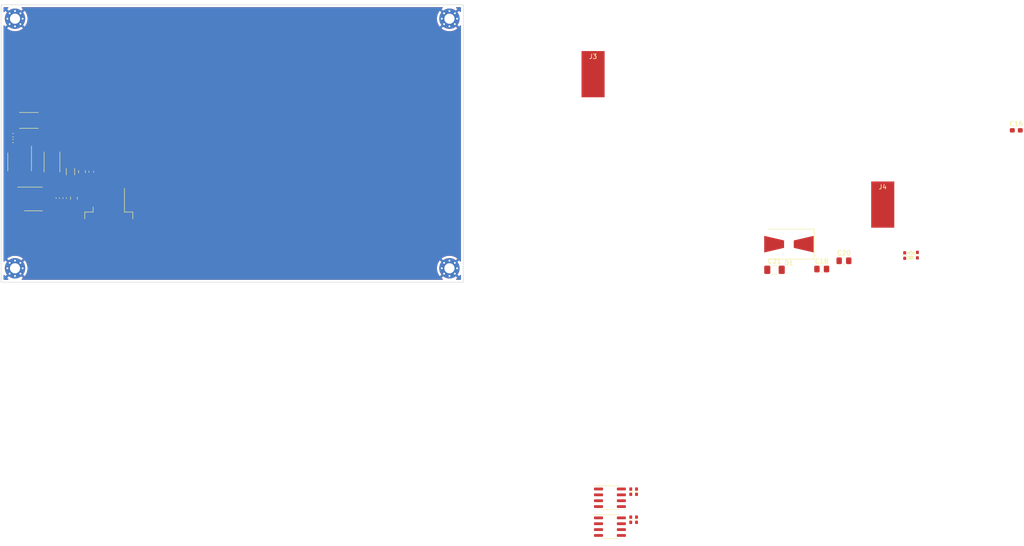
<source format=kicad_pcb>
(kicad_pcb (version 20211014) (generator pcbnew)
  (layers (0 "F.Cu" signal) (1 "In1.Cu" power) (2 "In2.Cu" power) (31 "B.Cu" signal) (34 "B.Paste" user) (35 "F.Paste" user) (36 "B.SilkS" user "B.Silkscreen") (37 "F.SilkS" user "F.Silkscreen") (38 "B.Mask" user) (39 "F.Mask" user) (44 "Edge.Cuts" user))
  (net 0 "")
  (net 1 "GND")
  (net 2 "Net-(R2-Pad1)")
  (net 4 "VCC")
  (net 7 "/Analog/V_{SET}")
  (net 8 "+24V")
  (net 9 "/Analog/R_{SENSE}P")
  (net 10 "/Analog/V_{ADJ}")
  (net 11 "/Analog/V_{ADJ_CTRL}")
  (net 13 "/Analog/V_{SENSE_RAW}")
  (net 16 "/Analog/V_{SENSE}")
  (net 18 "/Analog/V_{ADJ_SET}")
  (footprint "Connector_Wire:SolderWirePad_1x01_SMD_5x10mm" (layer "F.Cu") (at 26 30 90)
    (fp_text reference "J2")
    (fp_text value "GND")
    (pad "1" smd rect (at 0 0 90) (size 5 10) (layers "F.Cu" "F.Paste" "F.Mask") (net 1 "GND"))
  )
  (footprint "Package_SO:SOIC-8_3.9x4.9mm_P1.27mm" (layer "F.Cu") (at 27 62)
    (fp_text reference "U3")
    (fp_text value "OP07")
    (fp_line (start 0 2.56) (end -1.95 2.56) (layer "F.SilkS") (width 0.12))
    (fp_line (start 0 -2.56) (end 1.95 -2.56) (layer "F.SilkS") (width 0.12))
    (fp_line (start 0 -2.56) (end -3.45 -2.56) (layer "F.SilkS") (width 0.12))
    (fp_line (start 0 2.56) (end 1.95 2.56) (layer "F.SilkS") (width 0.12))
    (pad "1" smd roundrect (at -2.475 -1.905) (size 1.95 0.6) (layers "F.Cu" "F.Paste" "F.Mask"))
    (pad "2" smd roundrect (at -2.475 -0.635) (size 1.95 0.6) (layers "F.Cu" "F.Paste" "F.Mask") (net 16 "/Analog/V_{SENSE}"))
    (pad "3" smd roundrect (at -2.475 0.635) (size 1.95 0.6) (layers "F.Cu" "F.Paste" "F.Mask") (net 13 "/Analog/V_{SENSE_RAW}"))
    (pad "4" smd roundrect (at -2.475 1.905) (size 1.95 0.6) (layers "F.Cu" "F.Paste" "F.Mask") (net 1 "GND"))
    (pad "5" smd roundrect (at 2.475 1.905) (size 1.95 0.6) (layers "F.Cu" "F.Paste" "F.Mask"))
    (pad "6" smd roundrect (at 2.475 0.635) (size 1.95 0.6) (layers "F.Cu" "F.Paste" "F.Mask") (net 16 "/Analog/V_{SENSE}"))
    (pad "7" smd roundrect (at 2.475 -0.635) (size 1.95 0.6) (layers "F.Cu" "F.Paste" "F.Mask") (net 8 "+24V"))
    (pad "8" smd roundrect (at 2.475 -1.905) (size 1.95 0.6) (layers "F.Cu" "F.Paste" "F.Mask"))
  )
  (footprint "Package_SO:SOIC-8_3.9x4.9mm_P1.27mm" (layer "F.Cu") (at 24 54 -90)
    (fp_text reference "U2")
    (fp_text value "MAX4080F")
    (fp_line (start 0 -2.56) (end 1.95 -2.56) (layer "F.SilkS") (width 0.12))
    (fp_line (start 0 2.56) (end -1.95 2.56) (layer "F.SilkS") (width 0.12))
    (fp_line (start 0 2.56) (end 1.95 2.56) (layer "F.SilkS") (width 0.12))
    (fp_line (start 0 -2.56) (end -3.45 -2.56) (layer "F.SilkS") (width 0.12))
    (pad "1" smd roundrect (at -2.475 -1.905 270) (size 1.95 0.6) (layers "F.Cu" "F.Paste" "F.Mask") (net 9 "/Analog/R_{SENSE}P"))
    (pad "2" smd roundrect (at -2.475 -0.635 270) (size 1.95 0.6) (layers "F.Cu" "F.Paste" "F.Mask") (net 4 "VCC"))
    (pad "3" smd roundrect (at -2.475 0.635 270) (size 1.95 0.6) (layers "F.Cu" "F.Paste" "F.Mask"))
    (pad "4" smd roundrect (at -2.475 1.905 270) (size 1.95 0.6) (layers "F.Cu" "F.Paste" "F.Mask") (net 1 "GND"))
    (pad "5" smd roundrect (at 2.475 1.905 270) (size 1.95 0.6) (layers "F.Cu" "F.Paste" "F.Mask") (net 13 "/Analog/V_{SENSE_RAW}"))
    (pad "6" smd roundrect (at 2.475 0.635 270) (size 1.95 0.6) (layers "F.Cu" "F.Paste" "F.Mask"))
    (pad "7" smd roundrect (at 2.475 -0.635 270) (size 1.95 0.6) (layers "F.Cu" "F.Paste" "F.Mask"))
    (pad "8" smd roundrect (at 2.475 -1.905 270) (size 1.95 0.6) (layers "F.Cu" "F.Paste" "F.Mask") (net 8 "+24V"))
  )
  (footprint "Resistor_SMD:R_0402_1005Metric_Pad0.72x0.64mm_HandSolder" (layer "F.Cu") (at 218.25 74.1525 90)
    (fp_text reference "R2" (at 0 -1.17 90) (layer "F.SilkS"))
    (fp_text value "R_{f}")
    (fp_line (start -0.167621 0.38) (end 0.167621 0.38) (layer "F.SilkS") (width 0.12))
    (fp_line (start -0.167621 -0.38) (end 0.167621 -0.38) (layer "F.SilkS") (width 0.12))
    (pad "1" smd roundrect (at -0.5975 0 90) (size 0.715 0.64) (layers "F.Cu" "F.Paste" "F.Mask") (net 2 "Net-(R2-Pad1)"))
    (pad "2" smd roundrect (at 0.5975 0 90) (size 0.715 0.64) (layers "F.Cu" "F.Paste" "F.Mask") (net 10 "/Analog/V_{ADJ}"))
  )
  (footprint "Capacitor_SMD:C_1206_3216Metric_Pad1.33x1.80mm_HandSolder" (layer "F.Cu") (at 187.33 77.33)
    (fp_text reference "C21" (at 0 -1.85) (layer "F.SilkS"))
    (fp_text value "22u")
    (fp_line (start -0.711252 0.91) (end 0.711252 0.91) (layer "F.SilkS") (width 0.12))
    (fp_line (start -0.711252 -0.91) (end 0.711252 -0.91) (layer "F.SilkS") (width 0.12))
    (pad "1" smd roundrect (at -1.5625 0) (size 1.325 1.8) (layers "F.Cu" "F.Paste" "F.Mask") (roundrect_rratio 0.188679) (net 1 "GND"))
    (pad "2" smd roundrect (at 1.5625 0) (size 1.325 1.8) (layers "F.Cu" "F.Paste" "F.Mask") (roundrect_rratio 0.188679) (net 7 "/Analog/V_{SET}"))
  )
  (footprint "Connector_Wire:SolderWirePad_1x01_SMD_5x10mm" (layer "F.Cu") (at 148.075 35)
    (fp_text reference "J3" (at 0 -3.81) (layer "F.SilkS"))
    (fp_text value "V_{SET}")
    (pad "1" smd rect (at 0 0) (size 5 10) (layers "F.Cu" "F.Paste" "F.Mask") (net 7 "/Analog/V_{SET}"))
  )
  (footprint "Capacitor_SMD:C_0603_1608Metric_Pad1.08x0.95mm_HandSolder" (layer "F.Cu") (at 239.65 47.15)
    (fp_text reference "C16" (at 0 -1.43) (layer "F.SilkS"))
    (fp_text value "1u")
    (fp_line (start -0.146267 -0.51) (end 0.146267 -0.51) (layer "F.SilkS") (width 0.12))
    (fp_line (start -0.146267 0.51) (end 0.146267 0.51) (layer "F.SilkS") (width 0.12))
    (pad "1" smd roundrect (at -0.8625 0) (size 1.075 0.95) (layers "F.Cu" "F.Paste" "F.Mask") (net 1 "GND"))
    (pad "2" smd roundrect (at 0.8625 0) (size 1.075 0.95) (layers "F.Cu" "F.Paste" "F.Mask") (net 7 "/Analog/V_{SET}"))
  )
  (footprint "Connector_Wire:SolderWirePad_1x01_SMD_5x10mm" (layer "F.Cu") (at 210.75 63.22)
    (fp_text reference "J4" (at 0 -3.81) (layer "F.SilkS"))
    (fp_text value "GND")
    (pad "1" smd rect (at 0 0) (size 5 10) (layers "F.Cu" "F.Paste" "F.Mask") (net 1 "GND"))
  )
  (footprint "MountingHole:MountingHole_2.2mm_M2_Pad_Via" (layer "F.Cu") (at 23 23)
    (fp_text reference "H1")
    (fp_text value "GND")
    (pad "1" thru_hole circle (at -1.166726 1.166726) (size 0.7 0.7) (drill 0.4) (layers *.Cu *.Mask) (net 1 "GND"))
    (pad "1" thru_hole circle (at 0 -1.65) (size 0.7 0.7) (drill 0.4) (layers *.Cu *.Mask) (net 1 "GND"))
    (pad "1" thru_hole circle (at 0 1.65) (size 0.7 0.7) (drill 0.4) (layers *.Cu *.Mask) (net 1 "GND"))
    (pad "1" thru_hole circle (at -1.65 0) (size 0.7 0.7) (drill 0.4) (layers *.Cu *.Mask) (net 1 "GND"))
    (pad "1" thru_hole circle (at 0 0) (size 4.4 4.4) (drill 2.2) (layers *.Cu *.Mask) (net 1 "GND"))
    (pad "1" thru_hole circle (at 1.65 0) (size 0.7 0.7) (drill 0.4) (layers *.Cu *.Mask) (net 1 "GND"))
    (pad "1" thru_hole circle (at 1.166726 -1.166726) (size 0.7 0.7) (drill 0.4) (layers *.Cu *.Mask) (net 1 "GND"))
    (pad "1" thru_hole circle (at 1.166726 1.166726) (size 0.7 0.7) (drill 0.4) (layers *.Cu *.Mask) (net 1 "GND"))
    (pad "1" thru_hole circle (at -1.166726 -1.166726) (size 0.7 0.7) (drill 0.4) (layers *.Cu *.Mask) (net 1 "GND"))
  )
  (footprint "Capacitor_SMD:C_0402_1005Metric_Pad0.74x0.62mm_HandSolder" (layer "F.Cu") (at 32.25 61.8175 -90)
    (fp_text reference "C7")
    (fp_text value "10n")
    (fp_line (start -0.115835 0.36) (end 0.115835 0.36) (layer "F.SilkS") (width 0.12))
    (fp_line (start -0.115835 -0.36) (end 0.115835 -0.36) (layer "F.SilkS") (width 0.12))
    (pad "1" smd roundrect (at -0.5675 0 270) (size 0.735 0.62) (layers "F.Cu" "F.Paste" "F.Mask") (net 8 "+24V"))
    (pad "2" smd roundrect (at 0.5675 0 270) (size 0.735 0.62) (layers "F.Cu" "F.Paste" "F.Mask") (net 1 "GND"))
  )
  (footprint "Capacitor_SMD:C_0805_2012Metric_Pad1.18x1.45mm_HandSolder" (layer "F.Cu") (at 202.36 75.38)
    (fp_text reference "C20" (at 0 -1.68) (layer "F.SilkS"))
    (fp_text value "10u")
    (fp_line (start -0.261252 0.735) (end 0.261252 0.735) (layer "F.SilkS") (width 0.12))
    (fp_line (start -0.261252 -0.735) (end 0.261252 -0.735) (layer "F.SilkS") (width 0.12))
    (pad "1" smd roundrect (at -1.0375 0) (size 1.175 1.45) (layers "F.Cu" "F.Paste" "F.Mask") (roundrect_rratio 0.212766) (net 1 "GND"))
    (pad "2" smd roundrect (at 1.0375 0) (size 1.175 1.45) (layers "F.Cu" "F.Paste" "F.Mask") (roundrect_rratio 0.212766) (net 7 "/Analog/V_{SET}"))
  )
  (footprint "Capacitor_SMD:C_0402_1005Metric_Pad0.74x0.62mm_HandSolder" (layer "F.Cu") (at 156.225 125.3375 90)
    (fp_text reference "C19")
    (fp_text value "10n")
    (fp_line (start -0.115835 0.36) (end 0.115835 0.36) (layer "F.SilkS") (width 0.12))
    (fp_line (start -0.115835 -0.36) (end 0.115835 -0.36) (layer "F.SilkS") (width 0.12))
    (pad "1" smd roundrect (at -0.5675 0 90) (size 0.735 0.62) (layers "F.Cu" "F.Paste" "F.Mask") (net 8 "+24V"))
    (pad "2" smd roundrect (at 0.5675 0 90) (size 0.735 0.62) (layers "F.Cu" "F.Paste" "F.Mask") (net 1 "GND"))
  )
  (footprint "Resistor_SMD:R_2512_6332Metric_Pad1.40x3.35mm_HandSolder" (layer "F.Cu") (at 31 54 -90)
    (fp_text reference "R1")
    (fp_text value "0.1")
    (fp_line (start -2.177064 1.71) (end 2.177064 1.71) (layer "F.SilkS") (width 0.12))
    (fp_line (start -2.177064 -1.71) (end 2.177064 -1.71) (layer "F.SilkS") (width 0.12))
    (pad "1" smd roundrect (at -3.05 0 270) (size 1.4 3.35) (layers "F.Cu" "F.Paste" "F.Mask") (roundrect_rratio 0.178571) (net 9 "/Analog/R_{SENSE}P"))
    (pad "2" smd roundrect (at 3.05 0 270) (size 1.4 3.35) (layers "F.Cu" "F.Paste" "F.Mask") (roundrect_rratio 0.178571) (net 8 "+24V"))
  )
  (footprint "Capacitor_SMD:C_0402_1005Metric_Pad0.74x0.62mm_HandSolder" (layer "F.Cu") (at 33.75 61.8175 -90)
    (fp_text reference "C9")
    (fp_text value "100n")
    (fp_line (start -0.115835 -0.36) (end 0.115835 -0.36) (layer "F.SilkS") (width 0.12))
    (fp_line (start -0.115835 0.36) (end 0.115835 0.36) (layer "F.SilkS") (width 0.12))
    (pad "1" smd roundrect (at -0.5675 0 270) (size 0.735 0.62) (layers "F.Cu" "F.Paste" "F.Mask") (net 8 "+24V"))
    (pad "2" smd roundrect (at 0.5675 0 270) (size 0.735 0.62) (layers "F.Cu" "F.Paste" "F.Mask") (net 1 "GND"))
  )
  (footprint "Capacitor_SMD:C_0603_1608Metric_Pad1.08x0.95mm_HandSolder" (layer "F.Cu") (at 39.5 56.1 -90)
    (fp_text reference "C12")
    (fp_text value "1u")
    (fp_line (start -0.146267 0.51) (end 0.146267 0.51) (layer "F.SilkS") (width 0.12))
    (fp_line (start -0.146267 -0.51) (end 0.146267 -0.51) (layer "F.SilkS") (width 0.12))
    (pad "1" smd roundrect (at -0.8625 0 270) (size 1.075 0.95) (layers "F.Cu" "F.Paste" "F.Mask") (net 1 "GND"))
    (pad "2" smd roundrect (at 0.8625 0 270) (size 1.075 0.95) (layers "F.Cu" "F.Paste" "F.Mask") (net 8 "+24V"))
  )
  (footprint "Capacitor_SMD:C_0402_1005Metric_Pad0.74x0.62mm_HandSolder" (layer "F.Cu") (at 157.475 131.405 90)
    (fp_text reference "C23")
    (fp_text value "100n")
    (fp_line (start -0.115835 -0.36) (end 0.115835 -0.36) (layer "F.SilkS") (width 0.12))
    (fp_line (start -0.115835 0.36) (end 0.115835 0.36) (layer "F.SilkS") (width 0.12))
    (pad "1" smd roundrect (at -0.5675 0 90) (size 0.735 0.62) (layers "F.Cu" "F.Paste" "F.Mask") (net 8 "+24V"))
    (pad "2" smd roundrect (at 0.5675 0 90) (size 0.735 0.62) (layers "F.Cu" "F.Paste" "F.Mask") (net 1 "GND"))
  )
  (footprint "Capacitor_SMD:C_0805_2012Metric_Pad1.18x1.45mm_HandSolder" (layer "F.Cu") (at 197.55 77.16)
    (fp_text reference "C18" (at 0 -1.68) (layer "F.SilkS"))
    (fp_text value "4u7")
    (fp_line (start -0.261252 -0.735) (end 0.261252 -0.735) (layer "F.SilkS") (width 0.12))
    (fp_line (start -0.261252 0.735) (end 0.261252 0.735) (layer "F.SilkS") (width 0.12))
    (pad "1" smd roundrect (at -1.0375 0) (size 1.175 1.45) (layers "F.Cu" "F.Paste" "F.Mask") (roundrect_rratio 0.212766) (net 1 "GND"))
    (pad "2" smd roundrect (at 1.0375 0) (size 1.175 1.45) (layers "F.Cu" "F.Paste" "F.Mask") (roundrect_rratio 0.212766) (net 7 "/Analog/V_{SET}"))
  )
  (footprint "Diode_SMD:D_SMB-SMC_Universal_Handsoldering" (layer "F.Cu") (at 190.45 71.78 180)
    (fp_text reference "D1" (at 0 -4.1) (layer "F.SilkS"))
    (fp_text value "D_Small")
    (fp_line (start -5.5 3.25) (end -5.5 -3.25) (layer "F.SilkS") (width 0.12))
    (fp_line (start -5.5 -3.25) (end 4.4 -3.25) (layer "F.SilkS") (width 0.12))
    (fp_line (start -5.5 3.25) (end 4.4 3.25) (layer "F.SilkS") (width 0.12))
    (pad "1" smd trapezoid (at -3.2 0 180) (size 4.3 2.6) (rect_delta 1 0) (layers "F.Cu" "F.Paste" "F.Mask") (net 8 "+24V"))
    (pad "2" smd trapezoid (at 3.2 0) (size 4.3 2.6) (rect_delta 1 0) (layers "F.Cu" "F.Paste" "F.Mask") (net 7 "/Analog/V_{SET}"))
  )
  (footprint "Connector_Wire:SolderWirePad_1x01_SMD_5x10mm" (layer "F.Cu") (at 26 39 90)
    (fp_text reference "J1")
    (fp_text value "V_{CC}")
    (pad "1" smd rect (at 0 0 90) (size 5 10) (layers "F.Cu" "F.Paste" "F.Mask") (net 4 "VCC"))
  )
  (footprint "Capacitor_SMD:C_0402_1005Metric_Pad0.74x0.62mm_HandSolder" (layer "F.Cu") (at 156.225 131.405 90)
    (fp_text reference "C22")
    (fp_text value "10n")
    (fp_line (start -0.115835 0.36) (end 0.115835 0.36) (layer "F.SilkS") (width 0.12))
    (fp_line (start -0.115835 -0.36) (end 0.115835 -0.36) (layer "F.SilkS") (width 0.12))
    (pad "1" smd roundrect (at -0.5675 0 90) (size 0.735 0.62) (layers "F.Cu" "F.Paste" "F.Mask") (net 8 "+24V"))
    (pad "2" smd roundrect (at 0.5675 0 90) (size 0.735 0.62) (layers "F.Cu" "F.Paste" "F.Mask") (net 1 "GND"))
  )
  (footprint "Capacitor_SMD:C_0805_2012Metric_Pad1.18x1.45mm_HandSolder" (layer "F.Cu") (at 35.75 61.8375 90)
    (fp_text reference "C8")
    (fp_text value "10u")
    (fp_line (start -0.261252 0.735) (end 0.261252 0.735) (layer "F.SilkS") (width 0.12))
    (fp_line (start -0.261252 -0.735) (end 0.261252 -0.735) (layer "F.SilkS") (width 0.12))
    (pad "1" smd roundrect (at -1.0375 0 90) (size 1.175 1.45) (layers "F.Cu" "F.Paste" "F.Mask") (roundrect_rratio 0.212766) (net 1 "GND"))
    (pad "2" smd roundrect (at 1.0375 0 90) (size 1.175 1.45) (layers "F.Cu" "F.Paste" "F.Mask") (roundrect_rratio 0.212766) (net 8 "+24V"))
  )
  (footprint "Fuse:Fuse_2512_6332Metric_Pad1.52x3.35mm_HandSolder" (layer "F.Cu") (at 26 45)
    (fp_text reference "F1")
    (fp_text value "6A")
    (fp_line (start -2.052064 -1.71) (end 2.052064 -1.71) (layer "F.SilkS") (width 0.12))
    (fp_line (start -2.052064 1.71) (end 2.052064 1.71) (layer "F.SilkS") (width 0.12))
    (pad "1" smd roundrect (at -2.9875 0) (size 1.525 3.35) (layers "F.Cu" "F.Paste" "F.Mask") (roundrect_rratio 0.163934) (net 4 "VCC"))
    (pad "2" smd roundrect (at 2.9875 0) (size 1.525 3.35) (layers "F.Cu" "F.Paste" "F.Mask") (roundrect_rratio 0.163934) (net 9 "/Analog/R_{SENSE}P"))
  )
  (footprint "Package_TO_SOT_SMD:TO-263-3_TabPin2" (layer "F.Cu") (at 43.29 67.775 -90)
    (fp_text reference "U4")
    (fp_text value "LT1083-ADJ")
    (fp_line (start -2.95 -5.2) (end -2.95 -3.39) (layer "F.SilkS") (width 0.12))
    (fp_line (start -1.45 -5.2) (end -2.95 -5.2) (layer "F.SilkS") (width 0.12))
    (fp_line (start -2.95 -3.39) (end -8.075 -3.39) (layer "F.SilkS") (width 0.12))
    (fp_line (start -2.95 5.2) (end -2.95 3.39) (layer "F.SilkS") (width 0.12))
    (fp_line (start -1.45 5.2) (end -2.95 5.2) (layer "F.SilkS") (width 0.12))
    (fp_line (start -2.95 3.39) (end -4.05 3.39) (layer "F.SilkS") (width 0.12))
    (pad "1" smd rect (at -5.775 -2.54 270) (size 4.6 1.1) (layers "F.Cu" "F.Paste" "F.Mask") (net 10 "/Analog/V_{ADJ}"))
    (pad "2" smd rect (at -5.775 0 270) (size 4.6 1.1) (layers "F.Cu" "F.Paste" "F.Mask") (net 7 "/Analog/V_{SET}"))
    (pad "2" smd rect (at 3.375 0 270) (size 9.4 10.8) (layers "F.Cu" "F.Mask") (net 7 "/Analog/V_{SET}"))
    (pad "3" smd rect (at -5.775 2.54 270) (size 4.6 1.1) (layers "F.Cu" "F.Paste" "F.Mask") (net 8 "+24V"))
  )
  (footprint "MountingHole:MountingHole_2.2mm_M2_Pad_Via" (layer "F.Cu") (at 117 23)
    (fp_text reference "H4")
    (fp_text value "GND")
    (pad "1" thru_hole circle (at -1.65 0) (size 0.7 0.7) (drill 0.4) (layers *.Cu *.Mask) (net 1 "GND"))
    (pad "1" thru_hole circle (at 1.65 0) (size 0.7 0.7) (drill 0.4) (layers *.Cu *.Mask) (net 1 "GND"))
    (pad "1" thru_hole circle (at -1.166726 1.166726) (size 0.7 0.7) (drill 0.4) (layers *.Cu *.Mask) (net 1 "GND"))
    (pad "1" thru_hole circle (at 0 -1.65) (size 0.7 0.7) (drill 0.4) (layers *.Cu *.Mask) (net 1 "GND"))
    (pad "1" thru_hole circle (at 1.166726 -1.166726) (size 0.7 0.7) (drill 0.4) (layers *.Cu *.Mask) (net 1 "GND"))
    (pad "1" thru_hole circle (at 1.166726 1.166726) (size 0.7 0.7) (drill 0.4) (layers *.Cu *.Mask) (net 1 "GND"))
    (pad "1" thru_hole circle (at 0 0) (size 4.4 4.4) (drill 2.2) (layers *.Cu *.Mask) (net 1 "GND"))
    (pad "1" thru_hole circle (at 0 1.65) (size 0.7 0.7) (drill 0.4) (layers *.Cu *.Mask) (net 1 "GND"))
    (pad "1" thru_hole circle (at -1.166726 -1.166726) (size 0.7 0.7) (drill 0.4) (layers *.Cu *.Mask) (net 1 "GND"))
  )
  (footprint "Capacitor_SMD:C_0402_1005Metric_Pad0.74x0.62mm_HandSolder" (layer "F.Cu") (at 157.475 125.3375 90)
    (fp_text reference "C17")
    (fp_text value "100n")
    (fp_line (start -0.115835 -0.36) (end 0.115835 -0.36) (layer "F.SilkS") (width 0.12))
    (fp_line (start -0.115835 0.36) (end 0.115835 0.36) (layer "F.SilkS") (width 0.12))
    (pad "1" smd roundrect (at -0.5675 0 90) (size 0.735 0.62) (layers "F.Cu" "F.Paste" "F.Mask") (net 8 "+24V"))
    (pad "2" smd roundrect (at 0.5675 0 90) (size 0.735 0.62) (layers "F.Cu" "F.Paste" "F.Mask") (net 1 "GND"))
  )
  (footprint "Package_SO:SOIC-8_3.9x4.9mm_P1.27mm" (layer "F.Cu") (at 151.725 132.905)
    (fp_text reference "U6")
    (fp_text value "OP07")
    (fp_line (start 0 2.56) (end 1.95 2.56) (layer "F.SilkS") (width 0.12))
    (fp_line (start 0 -2.56) (end -3.45 -2.56) (layer "F.SilkS") (width 0.12))
    (fp_line (start 0 -2.56) (end 1.95 -2.56) (layer "F.SilkS") (width 0.12))
    (fp_line (start 0 2.56) (end -1.95 2.56) (layer "F.SilkS") (width 0.12))
    (pad "1" smd roundrect (at -2.475 -1.905) (size 1.95 0.6) (layers "F.Cu" "F.Paste" "F.Mask"))
    (pad "2" smd roundrect (at -2.475 -0.635) (size 1.95 0.6) (layers "F.Cu" "F.Paste" "F.Mask") (net 18 "/Analog/V_{ADJ_SET}"))
    (pad "3" smd roundrect (at -2.475 0.635) (size 1.95 0.6) (layers "F.Cu" "F.Paste" "F.Mask") (net 11 "/Analog/V_{ADJ_CTRL}"))
    (pad "4" smd roundrect (at -2.475 1.905) (size 1.95 0.6) (layers "F.Cu" "F.Paste" "F.Mask") (net 1 "GND"))
    (pad "5" smd roundrect (at 2.475 1.905) (size 1.95 0.6) (layers "F.Cu" "F.Paste" "F.Mask"))
    (pad "6" smd roundrect (at 2.475 0.635) (size 1.95 0.6) (layers "F.Cu" "F.Paste" "F.Mask") (net 18 "/Analog/V_{ADJ_SET}"))
    (pad "7" smd roundrect (at 2.475 -0.635) (size 1.95 0.6) (layers "F.Cu" "F.Paste" "F.Mask") (net 8 "+24V"))
    (pad "8" smd roundrect (at 2.475 -1.905) (size 1.95 0.6) (layers "F.Cu" "F.Paste" "F.Mask"))
  )
  (footprint "Package_SO:SOIC-8_3.9x4.9mm_P1.27mm" (layer "F.Cu") (at 151.725 126.655)
    (fp_text reference "U5")
    (fp_text value "OP07")
    (fp_line (start 0 2.56) (end -1.95 2.56) (layer "F.SilkS") (width 0.12))
    (fp_line (start 0 -2.56) (end -3.45 -2.56) (layer "F.SilkS") (width 0.12))
    (fp_line (start 0 -2.56) (end 1.95 -2.56) (layer "F.SilkS") (width 0.12))
    (fp_line (start 0 2.56) (end 1.95 2.56) (layer "F.SilkS") (width 0.12))
    (pad "1" smd roundrect (at -2.475 -1.905) (size 1.95 0.6) (layers "F.Cu" "F.Paste" "F.Mask"))
    (pad "2" smd roundrect (at -2.475 -0.635) (size 1.95 0.6) (layers "F.Cu" "F.Paste" "F.Mask") (net 2 "Net-(R2-Pad1)"))
    (pad "3" smd roundrect (at -2.475 0.635) (size 1.95 0.6) (layers "F.Cu" "F.Paste" "F.Mask") (net 18 "/Analog/V_{ADJ_SET}"))
    (pad "4" smd roundrect (at -2.475 1.905) (size 1.95 0.6) (layers "F.Cu" "F.Paste" "F.Mask") (net 1 "GND"))
    (pad "5" smd roundrect (at 2.475 1.905) (size 1.95 0.6) (layers "F.Cu" "F.Paste" "F.Mask"))
    (pad "6" smd roundrect (at 2.475 0.635) (size 1.95 0.6) (layers "F.Cu" "F.Paste" "F.Mask") (net 10 "/Analog/V_{ADJ}"))
    (pad "7" smd roundrect (at 2.475 -0.635) (size 1.95 0.6) (layers "F.Cu" "F.Paste" "F.Mask") (net 8 "+24V"))
    (pad "8" smd roundrect (at 2.475 -1.905) (size 1.95 0.6) (layers "F.Cu" "F.Paste" "F.Mask"))
  )
  (footprint "MountingHole:MountingHole_2.2mm_M2_Pad_Via" (layer "F.Cu") (at 117 77)
    (fp_text reference "H3")
    (fp_text value "GND")
    (pad "1" thru_hole circle (at -1.166726 1.166726) (size 0.7 0.7) (drill 0.4) (layers *.Cu *.Mask) (net 1 "GND"))
    (pad "1" thru_hole circle (at -1.166726 -1.166726) (size 0.7 0.7) (drill 0.4) (layers *.Cu *.Mask) (net 1 "GND"))
    (pad "1" thru_hole circle (at 0 1.65) (size 0.7 0.7) (drill 0.4) (layers *.Cu *.Mask) (net 1 "GND"))
    (pad "1" thru_hole circle (at -1.65 0) (size 0.7 0.7) (drill 0.4) (layers *.Cu *.Mask) (net 1 "GND"))
    (pad "1" thru_hole circle (at 0 -1.65) (size 0.7 0.7) (drill 0.4) (layers *.Cu *.Mask) (net 1 "GND"))
    (pad "1" thru_hole circle (at 1.166726 -1.166726) (size 0.7 0.7) (drill 0.4) (layers *.Cu *.Mask) (net 1 "GND"))
    (pad "1" thru_hole circle (at 1.166726 1.166726) (size 0.7 0.7) (drill 0.4) (layers *.Cu *.Mask) (net 1 "GND"))
    (pad "1" thru_hole circle (at 0 0) (size 4.4 4.4) (drill 2.2) (layers *.Cu *.Mask) (net 1 "GND"))
    (pad "1" thru_hole circle (at 1.65 0) (size 0.7 0.7) (drill 0.4) (layers *.Cu *.Mask) (net 1 "GND"))
  )
  (footprint "Resistor_SMD:R_0402_1005Metric_Pad0.72x0.64mm_HandSolder" (layer "F.Cu") (at 215.5 74.25 -90)
    (fp_text reference "R3" (at 0 -1.17 90) (layer "F.SilkS"))
    (fp_text value "R_{i}")
    (fp_line (start -0.167621 0.38) (end 0.167621 0.38) (layer "F.SilkS") (width 0.12))
    (fp_line (start -0.167621 -0.38) (end 0.167621 -0.38) (layer "F.SilkS") (width 0.12))
    (pad "1" smd roundrect (at -0.5975 0 270) (size 0.715 0.64) (layers "F.Cu" "F.Paste" "F.Mask") (net 1 "GND"))
    (pad "2" smd roundrect (at 0.5975 0 270) (size 0.715 0.64) (layers "F.Cu" "F.Paste" "F.Mask") (net 2 "Net-(R2-Pad1)"))
  )
  (footprint "Capacitor_SMD:C_0402_1005Metric_Pad0.74x0.62mm_HandSolder" (layer "F.Cu") (at 22.5675 49.45)
    (fp_text reference "C3")
    (fp_text value "10n")
    (fp_line (start -0.115835 -0.36) (end 0.115835 -0.36) (layer "F.SilkS") (width 0.12))
    (fp_line (start -0.115835 0.36) (end 0.115835 0.36) (layer "F.SilkS") (width 0.12))
    (pad "1" smd roundrect (at -0.5675 0) (size 0.735 0.62) (layers "F.Cu" "F.Paste" "F.Mask") (net 1 "GND"))
    (pad "2" smd roundrect (at 0.5675 0) (size 0.735 0.62) (layers "F.Cu" "F.Paste" "F.Mask") (net 4 "VCC"))
  )
  (footprint "Capacitor_SMD:C_0805_2012Metric_Pad1.18x1.45mm_HandSolder" (layer "F.Cu") (at 37.5 56.1 -90)
    (fp_text reference "C10")
    (fp_text value "4u7")
    (fp_line (start -0.261252 0.735) (end 0.261252 0.735) (layer "F.SilkS") (width 0.12))
    (fp_line (start -0.261252 -0.735) (end 0.261252 -0.735) (layer "F.SilkS") (width 0.12))
    (pad "1" smd roundrect (at -1.0375 0 270) (size 1.175 1.45) (layers "F.Cu" "F.Paste" "F.Mask") (roundrect_rratio 0.212766) (net 1 "GND"))
    (pad "2" smd roundrect (at 1.0375 0 270) (size 1.175 1.45) (layers "F.Cu" "F.Paste" "F.Mask") (roundrect_rratio 0.212766) (net 8 "+24V"))
  )
  (footprint "MountingHole:MountingHole_2.2mm_M2_Pad_Via" (layer "F.Cu") (at 23 77)
    (fp_text reference "H2")
    (fp_text value "GND")
    (pad "1" thru_hole circle (at 1.166726 1.166726) (size 0.7 0.7) (drill 0.4) (layers *.Cu *.Mask) (net 1 "GND"))
    (pad "1" thru_hole circle (at 0 -1.65) (size 0.7 0.7) (drill 0.4) (layers *.Cu *.Mask) (net 1 "GND"))
    (pad "1" thru_hole circle (at -1.166726 1.166726) (size 0.7 0.7) (drill 0.4) (layers *.Cu *.Mask) (net 1 "GND"))
    (pad "1" thru_hole circle (at 0 0) (size 4.4 4.4) (drill 2.2) (layers *.Cu *.Mask) (net 1 "GND"))
    (pad "1" thru_hole circle (at 0 1.65) (size 0.7 0.7) (drill 0.4) (layers *.Cu *.Mask) (net 1 "GND"))
    (pad "1" thru_hole circle (at 1.166726 -1.166726) (size 0.7 0.7) (drill 0.4) (layers *.Cu *.Mask) (net 1 "GND"))
    (pad "1" thru_hole circle (at -1.166726 -1.166726) (size 0.7 0.7) (drill 0.4) (layers *.Cu *.Mask) (net 1 "GND"))
    (pad "1" thru_hole circle (at -1.65 0) (size 0.7 0.7) (drill 0.4) (layers *.Cu *.Mask) (net 1 "GND"))
    (pad "1" thru_hole circle (at 1.65 0) (size 0.7 0.7) (drill 0.4) (layers *.Cu *.Mask) (net 1 "GND"))
  )
  (footprint "Capacitor_SMD:C_1206_3216Metric_Pad1.33x1.80mm_HandSolder" (layer "F.Cu") (at 35 56.1 -90)
    (fp_text reference "C6")
    (fp_text value "22u")
    (fp_line (start -0.711252 -0.91) (end 0.711252 -0.91) (layer "F.SilkS") (width 0.12))
    (fp_line (start -0.711252 0.91) (end 0.711252 0.91) (layer "F.SilkS") (width 0.12))
    (pad "1" smd roundrect (at -1.5625 0 270) (size 1.325 1.8) (layers "F.Cu" "F.Paste" "F.Mask") (roundrect_rratio 0.188679) (net 1 "GND"))
    (pad "2" smd roundrect (at 1.5625 0 270) (size 1.325 1.8) (layers "F.Cu" "F.Paste" "F.Mask") (roundrect_rratio 0.188679) (net 8 "+24V"))
  )
  (footprint "Capacitor_SMD:C_0402_1005Metric_Pad0.74x0.62mm_HandSolder" (layer "F.Cu") (at 22.5675 48.2)
    (fp_text reference "C2")
    (fp_text value "100n")
    (fp_line (start -0.115835 -0.36) (end 0.115835 -0.36) (layer "F.SilkS") (width 0.12))
    (fp_line (start -0.115835 0.36) (end 0.115835 0.36) (layer "F.SilkS") (width 0.12))
    (pad "1" smd roundrect (at -0.5675 0) (size 0.735 0.62) (layers "F.Cu" "F.Paste" "F.Mask") (net 1 "GND"))
    (pad "2" smd roundrect (at 0.5675 0) (size 0.735 0.62) (layers "F.Cu" "F.Paste" "F.Mask") (net 4 "VCC"))
  )
  (gr_line (start 20 80) (end 20 20) (layer "Edge.Cuts") (width 0.1))
  (gr_line (start 20 20) (end 120 20) (layer "Edge.Cuts") (width 0.1))
  (gr_line (start 120 20) (end 120 80) (layer "Edge.Cuts") (width 0.1))
  (gr_line (start 120 80) (end 20 80) (layer "Edge.Cuts") (width 0.1))
  (segment (start 25.905 56.475) (end 28.154999 54.225001) (width 0.2) (layer "F.Cu") (net 8))
  (segment (start 28.154999 54.225001) (end 29.2 54.225) (width 0.2) (layer "F.Cu") (net 8))
  (segment (start 29.2 54.225) (end 30.9 54.225) (width 0.2) (layer "F.Cu") (net 8))
  (segment (start 29.2 53.775) (end 30.9 53.775) (width 0.2) (layer "F.Cu") (net 9))
  (segment (start 28.154999 53.774999) (end 29.2 53.775) (width 0.2) (layer "F.Cu") (net 9))
  (segment (start 25.905 51.525) (end 28.154999 53.774999) (width 0.2) (layer "F.Cu") (net 9))
  (zone (net 1) (net_name "GND") (layers "F.Cu" "In1.Cu" "In2.Cu" "B.Cu") (connect_pads (clearance 0.508)) (min_thickness 0.254) (fill yes (thermal_gap 0.508) (thermal_bridge_width 0.508))
    (polygon (pts (xy 120 80) (xy 20 80) (xy 20 20) (xy 120 20)))
  )
  (zone (net 8) (net_name "+24V") (layer "F.Cu") (priority 1) (connect_pads yes (clearance 0.254)) (min_thickness 0.254) (fill yes (thermal_gap 0.508) (thermal_bridge_width 0.508))
    (polygon (pts (xy 41.5 64.5) (xy 38.6 64.5) (xy 37.5 63.4) (xy 37.5 62.5) (xy 36.75 61.7) (xy 28.45 61.7) (xy 28.45 61.05) (xy 30.6 61.05) (xy 31.2 60.6) (xy 31.2 58.5) (xy 30.8 58.1) (xy 29.3 58.1) (xy 29 57.8) (xy 29 56.4) (xy 29.3 56.1) (xy 41 56.1) (xy 41.5 56.6)))
  )
  (zone (net 7) (net_name "/Analog/V_{SET}") (layer "F.Cu") (priority 1) (connect_pads yes (clearance 0.254)) (min_thickness 0.254) (fill yes (thermal_gap 0.508) (thermal_bridge_width 0.508))
    (polygon (pts (xy 43.85 65) (xy 44.25 65.5) (xy 48.25 65.5) (xy 48.95 66.25) (xy 48.95 76.1) (xy 37.6 76.1) (xy 37.6 66.25) (xy 38.25 65.5) (xy 42.25 65.5) (xy 42.7 65) (xy 42.7 59.7) (xy 43.85 59.7)))
  )
)
</source>
